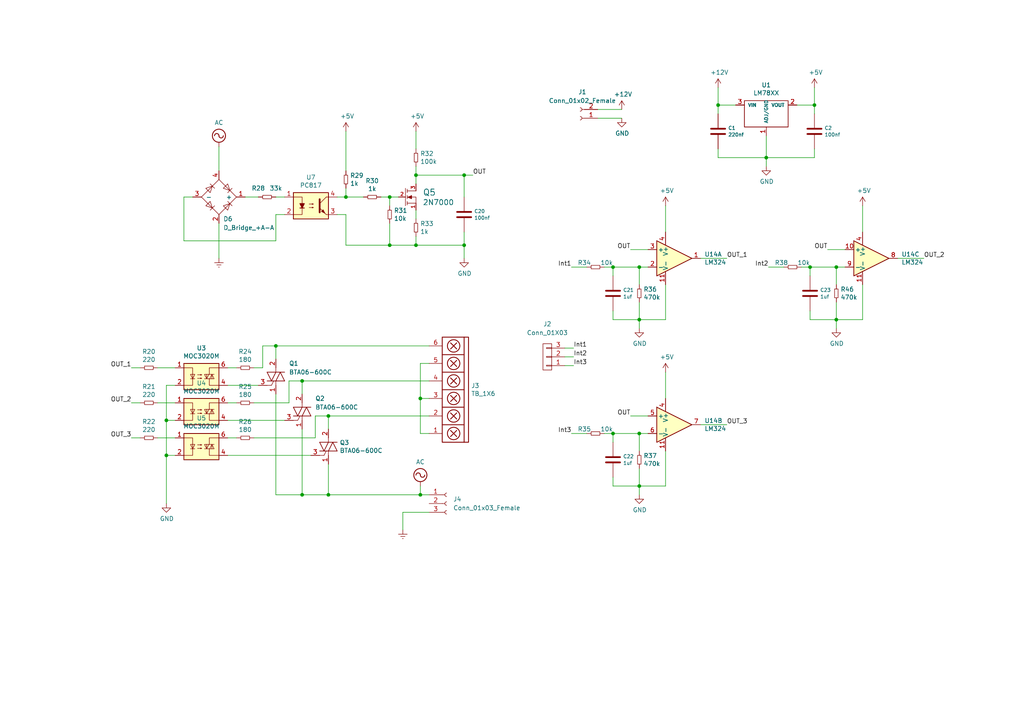
<source format=kicad_sch>
(kicad_sch (version 20211123) (generator eeschema)
  (paper "A4")
  (title_block (title "Dimmer") (date "2022-06-09") (rev "0.1V") (comment 1 "Autor: Barzola maximiliano"))
  (lib_symbols
    (symbol "Connector:Conn_01x02_Female" (pin_names (offset 1.016) hide)
      (property "Reference" "J" (at 0 2.54 0))
      (property "Value" "Conn_01x02_Female" (at 0 -5.08 0))
      (symbol "Conn_01x02_Female_1_1"
        (arc (start 0 -2.032) (mid -0.508 -2.54) (end 0 -3.048) (stroke (width 0.1524)))
        (polyline (pts (xy -1.27 -2.54) (xy -0.508 -2.54)) (stroke (width 0.1524)))
        (polyline (pts (xy -1.27 0) (xy -0.508 0)) (stroke (width 0.1524)))
        (arc (start 0 0.508) (mid -0.508 0) (end 0 -0.508) (stroke (width 0.1524)))
        (pin passive line (at -5.08 0 0) (length 3.81) (name "Pin_1") (number "1"))
        (pin passive line (at -5.08 -2.54 0) (length 3.81) (name "Pin_2") (number "2"))
      )
    )
    (symbol "Connector:Conn_01x03_Female" (pin_names (offset 1.016) hide)
      (property "Reference" "J" (at 0 5.08 0))
      (property "Value" "Conn_01x03_Female" (at 0 -5.08 0))
      (symbol "Conn_01x03_Female_1_1"
        (arc (start 0 -2.032) (mid -0.508 -2.54) (end 0 -3.048) (stroke (width 0.1524)))
        (polyline (pts (xy -1.27 -2.54) (xy -0.508 -2.54)) (stroke (width 0.1524)))
        (polyline (pts (xy -1.27 0) (xy -0.508 0)) (stroke (width 0.1524)))
        (polyline (pts (xy -1.27 2.54) (xy -0.508 2.54)) (stroke (width 0.1524)))
        (arc (start 0 0.508) (mid -0.508 0) (end 0 -0.508) (stroke (width 0.1524)))
        (arc (start 0 3.048) (mid -0.508 2.54) (end 0 2.032) (stroke (width 0.1524)))
        (pin passive line (at -5.08 2.54 0) (length 3.81) (name "Pin_1") (number "1"))
        (pin passive line (at -5.08 0 0) (length 3.81) (name "Pin_2") (number "2"))
        (pin passive line (at -5.08 -2.54 0) (length 3.81) (name "Pin_3") (number "3"))
      )
    )
    (symbol "Dimmer-rescue:BTA06-600C-MacroLib" (pin_names (offset 1.016) hide)
      (property "Reference" "Q" (at 5.715 1.905 0))
      (property "Value" "BTA06-600C-MacroLib" (at 11.176 0 0))
      (symbol "BTA06-600C-MacroLib_0_1"
        (rectangle (start -2.54 -2.54) (end -1.27 -2.54))
        (rectangle (start 0 -2.54) (end 0 -1.27))
        (rectangle (start 0 1.27) (end 0 2.54))
      )
      (symbol "BTA06-600C-MacroLib_1_1"
        (polyline (pts (xy -2.54 -1.27) (xy 2.54 -1.27)) (stroke (width 0.2032)))
        (polyline (pts (xy -2.54 1.27) (xy 2.54 1.27)) (stroke (width 0.2032)))
        (polyline (pts (xy -1.27 -2.54) (xy -0.635 -1.27)))
        (polyline (pts (xy -2.54 1.27) (xy -1.27 -1.27) (xy 0 1.27)) (stroke (width 0.2032)))
        (polyline (pts (xy 0 -1.27) (xy 1.27 1.27) (xy 2.54 -1.27)) (stroke (width 0.2032)))
        (pin passive line (at 0 -5.08 90) (length 2.54) (name "A1") (number "1"))
        (pin passive line (at 0 5.08 270) (length 2.54) (name "A2") (number "2"))
        (pin input line (at -5.08 -2.54 0) (length 2.54) (name "G") (number "3"))
      )
    )
    (symbol "Dimmer-rescue:LM324-MacroLib" (pin_names (offset 0.3048))
      (property "Reference" "U" (at 0 7.62 0))
      (property "Value" "LM324-MacroLib" (at 2.54 5.08 0))
      (symbol "LM324-MacroLib_1_1"
        (polyline (pts (xy -5.08 5.08) (xy 5.08 0) (xy -5.08 -5.08) (xy -5.08 5.08)) (stroke (width 0.254)) (fill (type background)))
        (pin output line (at 7.62 0 180) (length 2.54) (name "~") (number "1"))
        (pin passive line (at -2.54 -7.62 90) (length 3.81) (name "V-") (number "11"))
        (pin input line (at -7.62 -2.54 0) (length 2.54) (name "-") (number "2"))
        (pin input line (at -7.62 2.54 0) (length 2.54) (name "+") (number "3"))
        (pin passive line (at -2.54 7.62 270) (length 3.81) (name "V+") (number "4"))
      )
      (symbol "LM324-MacroLib_2_1"
        (polyline (pts (xy -5.08 5.08) (xy 5.08 0) (xy -5.08 -5.08) (xy -5.08 5.08)) (stroke (width 0.254)) (fill (type background)))
        (pin passive line (at -2.54 -7.62 90) (length 3.81) (name "V-") (number "11"))
        (pin passive line (at -2.54 7.62 270) (length 3.81) (name "V+") (number "4"))
        (pin input line (at -7.62 2.54 0) (length 2.54) (name "+") (number "5"))
        (pin input line (at -7.62 -2.54 0) (length 2.54) (name "-") (number "6"))
        (pin output line (at 7.62 0 180) (length 2.54) (name "~") (number "7"))
      )
      (symbol "LM324-MacroLib_3_1"
        (polyline (pts (xy -5.08 5.08) (xy 5.08 0) (xy -5.08 -5.08) (xy -5.08 5.08)) (stroke (width 0.254)) (fill (type background)))
        (pin input line (at -7.62 2.54 0) (length 2.54) (name "+") (number "10"))
        (pin passive line (at -2.54 -7.62 90) (length 3.81) (name "V-") (number "11"))
        (pin passive line (at -2.54 7.62 270) (length 3.81) (name "V+") (number "4"))
        (pin output line (at 7.62 0 180) (length 2.54) (name "~") (number "8"))
        (pin input line (at -7.62 -2.54 0) (length 2.54) (name "-") (number "9"))
      )
      (symbol "LM324-MacroLib_4_1"
        (polyline (pts (xy -5.08 5.08) (xy 5.08 0) (xy -5.08 -5.08) (xy -5.08 5.08)) (stroke (width 0.254)) (fill (type background)))
        (pin passive line (at -2.54 -7.62 90) (length 3.81) (name "V-") (number "11"))
        (pin input line (at -7.62 2.54 0) (length 2.54) (name "+") (number "12"))
        (pin input line (at -7.62 -2.54 0) (length 2.54) (name "-") (number "13"))
        (pin output line (at 7.62 0 180) (length 2.54) (name "~") (number "14"))
        (pin passive line (at -2.54 7.62 270) (length 3.81) (name "V+") (number "4"))
      )
    )
    (symbol "Dimmer-rescue:LM78XX-MacroLib" (pin_names (offset 1.016))
      (property "Reference" "U" (at 0 6.985 0))
      (property "Value" "LM78XX-MacroLib" (at 0.127 5.08 0))
      (symbol "LM78XX-MacroLib_1_1"
        (rectangle (start -6.35 3.81) (end 6.35 -3.81))
        (rectangle (start -6.35 3.81) (end 6.35 -3.81))
        (pin input line (at 0 -6.35 90) (length 2.54) (name "ADJ/GND") (number "1"))
        (pin input line (at 8.89 2.54 180) (length 2.54) (name "VOUT") (number "2"))
        (pin input line (at 8.89 2.54 180) (length 2.54) (name "VOUT") (number "2"))
        (pin input line (at -8.89 2.54 0) (length 2.54) (name "VIN") (number "3"))
        (pin input line (at -8.89 2.54 0) (length 2.54) (name "VIN") (number "3"))
      )
    )
    (symbol "Dimmer-rescue:TB_1X6-MacroLib" (pin_names (offset 1.016))
      (property "Reference" "J" (at 15.24 -1.27 0))
      (property "Value" "TB_1X6-MacroLib" (at 17.78 -3.175 0))
      (symbol "TB_1X6-MacroLib_0_1"
        (rectangle (start -3.81 15.24) (end 3.81 -15.24) (stroke (width 0.254)))
        (polyline (pts (xy 3.81 0) (xy -2.54 0)) (stroke (width 0.254)))
      )
      (symbol "TB_1X6-MacroLib_1_1"
        (polyline (pts (xy -2.54 -10.16) (xy 3.81 -10.16)) (stroke (width 0.254)))
        (polyline (pts (xy -2.54 -5.08) (xy 3.81 -5.08)) (stroke (width 0.254)))
        (polyline (pts (xy -2.54 0) (xy -2.54 -15.24)) (stroke (width 0.254)))
        (polyline (pts (xy -2.54 5.08) (xy 3.81 5.08)) (stroke (width 0.254)))
        (polyline (pts (xy -2.54 10.16) (xy 3.81 10.16)) (stroke (width 0.254)))
        (polyline (pts (xy -2.54 15.24) (xy -2.54 0)) (stroke (width 0.254)))
        (polyline (pts (xy -0.381 -13.589) (xy 1.397 -11.811)) (stroke (width 0.254)))
        (polyline (pts (xy -0.381 -11.811) (xy 1.397 -13.589)) (stroke (width 0.254)))
        (polyline (pts (xy -0.381 -8.509) (xy 1.397 -6.731)) (stroke (width 0.254)))
        (polyline (pts (xy -0.381 -6.731) (xy 1.397 -8.509)) (stroke (width 0.254)))
        (polyline (pts (xy -0.381 -3.429) (xy 1.397 -1.651)) (stroke (width 0.254)))
        (polyline (pts (xy -0.381 -1.651) (xy 1.397 -3.429)) (stroke (width 0.254)))
        (polyline (pts (xy -0.381 1.651) (xy 1.397 3.429)) (stroke (width 0.254)))
        (polyline (pts (xy -0.381 3.429) (xy 1.397 1.651)) (stroke (width 0.254)))
        (polyline (pts (xy -0.381 6.731) (xy 1.397 8.509)) (stroke (width 0.254)))
        (polyline (pts (xy -0.381 8.509) (xy 1.397 6.731)) (stroke (width 0.254)))
        (polyline (pts (xy -0.381 11.811) (xy 1.397 13.589)) (stroke (width 0.254)))
        (polyline (pts (xy -0.381 13.589) (xy 1.397 11.811)) (stroke (width 0.254)))
        (circle (center 0.508 -12.7) (radius 1.8034) (stroke (width 0.254)))
        (circle (center 0.508 -7.62) (radius 1.8034) (stroke (width 0.254)))
        (circle (center 0.508 -2.54) (radius 1.8034) (stroke (width 0.254)))
        (circle (center 0.508 2.54) (radius 1.8034) (stroke (width 0.254)))
        (circle (center 0.508 7.62) (radius 1.8034) (stroke (width 0.254)))
        (circle (center 0.508 12.7) (radius 1.8034) (stroke (width 0.254)))
        (pin input line (at 7.62 12.7 180) (length 3.81) (name "~") (number "1"))
        (pin input line (at 7.62 7.62 180) (length 3.81) (name "~") (number "2"))
        (pin input line (at 7.62 2.54 180) (length 3.81) (name "~") (number "3"))
        (pin input line (at 7.62 -2.54 180) (length 3.81) (name "~") (number "4"))
        (pin input line (at 7.62 -7.62 180) (length 3.81) (name "~") (number "5"))
        (pin input line (at 7.62 -12.7 180) (length 3.81) (name "~") (number "6"))
      )
    )
    (symbol "EESTN5:2N7000" (pin_names (offset 0.762) hide)
      (property "Reference" "Q" (at -2.4638 6.35 0))
      (property "Value" "2N7000" (at 0 -6.35 0))
      (symbol "2N7000_0_1"
        (polyline (pts (xy -0.508 2.54) (xy -0.508 -2.54) (xy -0.508 -2.54)) (fill (type outline)))
        (polyline (pts (xy 0 -2.286) (xy 0 -1.27) (xy 0 -1.27)) (fill (type outline)))
        (polyline (pts (xy 0 -0.508) (xy 0 0.508) (xy 0 0.508)) (fill (type outline)))
        (polyline (pts (xy 0 1.27) (xy 0 2.286) (xy 0 2.286)) (fill (type outline)))
        (polyline (pts (xy 0 1.778) (xy 2.54 1.778) (xy 2.54 1.778)))
        (polyline (pts (xy 1.27 0.508) (xy 1.27 -0.508) (xy 0 0) (xy 0 0)) (fill (type outline)))
        (polyline (pts (xy 0 -1.778) (xy 2.54 -1.778) (xy 2.54 0) (xy 1.27 0) (xy 1.27 0)))
      )
      (symbol "2N7000_1_1"
        (pin passive line (at 2.54 -3.81 90) (length 2.032) (name "S") (number "1"))
        (pin input line (at -2.54 0 0) (length 2.032) (name "G") (number "2"))
        (pin passive line (at 2.54 3.81 270) (length 2.032) (name "D") (number "3"))
      )
    )
    (symbol "EESTN5:C" (pin_numbers hide) (pin_names (offset 0.254))
      (property "Reference" "C" (at 0 2.54 0))
      (property "Value" "C" (at 0.1524 -2.159 0))
      (symbol "C_0_1"
        (polyline (pts (xy -2.032 -0.762) (xy 2.032 -0.762)) (stroke (width 0.508)))
        (polyline (pts (xy -2.032 0.762) (xy 2.032 0.762)) (stroke (width 0.508)))
      )
      (symbol "C_1_1"
        (pin passive line (at 0 5.08 270) (length 4.318) (name "~") (number "1"))
        (pin passive line (at 0 -5.08 90) (length 4.318) (name "~") (number "2"))
      )
    )
    (symbol "EESTN5:Conn_01X03" (pin_names (offset 1.016) hide)
      (property "Reference" "J" (at 0 5.08 0))
      (property "Value" "Conn_01X03" (at 0 -5.08 0))
      (symbol "Conn_01X03_0_1"
        (rectangle (start -1.27 -2.413) (end 0.254 -2.667))
        (rectangle (start -1.27 0.127) (end 0.254 -0.127))
        (rectangle (start -1.27 2.667) (end 0.254 2.413))
        (rectangle (start -1.27 3.81) (end 1.27 -3.81))
      )
      (symbol "Conn_01X03_1_1"
        (pin passive line (at -5.08 2.54 0) (length 3.81) (name "P1") (number "1"))
        (pin passive line (at -5.08 0 0) (length 3.81) (name "P2") (number "2"))
        (pin passive line (at -5.08 -2.54 0) (length 3.81) (name "P3") (number "3"))
      )
    )
    (symbol "EESTN5:D_Bridge_+A-A" (pin_names (offset 1.27))
      (property "Reference" "D" (at 1.27 6.985 0))
      (property "Value" "D_Bridge_+A-A" (at 1.27 5.08 0))
      (symbol "D_Bridge_+A-A_0_1"
        (polyline (pts (xy -2.54 3.81) (xy -1.27 2.54)))
        (polyline (pts (xy -1.27 -2.54) (xy -2.54 -3.81)))
        (polyline (pts (xy 2.54 -1.27) (xy 3.81 -2.54)))
        (polyline (pts (xy 2.54 1.27) (xy 3.81 2.54)))
        (polyline (pts (xy -3.81 2.54) (xy -2.54 1.27) (xy -1.905 3.175) (xy -3.81 2.54)))
        (polyline (pts (xy -2.54 -1.27) (xy -3.81 -2.54) (xy -1.905 -3.175) (xy -2.54 -1.27)))
        (polyline (pts (xy 1.27 2.54) (xy 2.54 3.81) (xy 3.175 1.905) (xy 1.27 2.54)))
        (polyline (pts (xy 3.175 -1.905) (xy 1.27 -2.54) (xy 2.54 -3.81) (xy 3.175 -1.905)))
        (polyline (pts (xy -5.08 0) (xy 0 -5.08) (xy 5.08 0) (xy 0 5.08) (xy -5.08 0)))
      )
      (symbol "D_Bridge_+A-A_1_1"
        (pin input line (at 7.62 0 180) (length 2.54) (name "+") (number "1"))
        (pin input line (at 0 -7.62 90) (length 2.54) (name "~") (number "2"))
        (pin input line (at -7.62 0 0) (length 2.54) (name "-") (number "3"))
        (pin input line (at 0 7.62 270) (length 2.54) (name "~") (number "4"))
      )
    )
    (symbol "EESTN5:MOC3020M"
      (property "Reference" "U" (at -5.334 4.826 0))
      (property "Value" "MOC3020M" (at 0 5.08 0))
      (symbol "MOC3020M_0_1"
        (rectangle (start -5.08 3.81) (end 5.08 -3.81) (stroke (width 0.254)) (fill (type background)))
        (polyline (pts (xy -3.175 -0.635) (xy -1.905 -0.635)))
        (polyline (pts (xy 1.524 -0.635) (xy 1.524 0.635)))
        (polyline (pts (xy 3.048 0.635) (xy 3.048 -0.635)))
        (polyline (pts (xy 2.286 -0.635) (xy 2.286 -2.54) (xy 5.08 -2.54)))
        (polyline (pts (xy 2.286 0.635) (xy 2.286 2.54) (xy 5.08 2.54)))
        (polyline (pts (xy -5.08 2.54) (xy -2.54 2.54) (xy -2.54 -2.54) (xy -5.08 -2.54)))
        (polyline (pts (xy -2.54 -0.635) (xy -3.175 0.635) (xy -1.905 0.635) (xy -2.54 -0.635)))
        (polyline (pts (xy 0.889 -0.635) (xy 3.683 -0.635) (xy 3.048 0.635) (xy 2.413 -0.635)))
        (polyline (pts (xy 3.683 0.635) (xy 0.889 0.635) (xy 1.524 -0.635) (xy 2.159 0.635)))
        (polyline (pts (xy -1.143 -0.508) (xy 0.127 -0.508) (xy -0.254 -0.635) (xy -0.254 -0.381) (xy 0.127 -0.508)))
        (polyline (pts (xy -1.143 0.508) (xy 0.127 0.508) (xy -0.254 0.381) (xy -0.254 0.635) (xy 0.127 0.508)))
      )
      (symbol "MOC3020M_1_1"
        (pin passive line (at -7.62 2.54 0) (length 2.54) (name "~") (number "1"))
        (pin passive line (at -7.62 -2.54 0) (length 2.54) (name "~") (number "2"))
        (pin no_connect line (at -5.08 0 0) (length 2.54) hide (name "NC") (number "3"))
        (pin passive line (at 7.62 -2.54 180) (length 2.54) (name "~") (number "4"))
        (pin no_connect line (at 5.08 0 180) (length 2.54) hide (name "NC") (number "5"))
        (pin passive line (at 7.62 2.54 180) (length 2.54) (name "~") (number "6"))
      )
    )
    (symbol "EESTN5:PC817" (pin_names (offset 1.016))
      (property "Reference" "U" (at -5.08 5.08 0))
      (property "Value" "PC817" (at 0 5.08 0))
      (symbol "PC817_0_1"
        (rectangle (start -5.08 3.81) (end 5.08 -3.81) (stroke (width 0.254)) (fill (type background)))
        (polyline (pts (xy -3.175 -0.635) (xy -1.905 -0.635)) (stroke (width 0.254)))
        (polyline (pts (xy 2.54 0.635) (xy 4.445 2.54)))
        (polyline (pts (xy 4.445 -2.54) (xy 2.54 -0.635)) (fill (type outline)))
        (polyline (pts (xy 4.445 -2.54) (xy 5.08 -2.54)))
        (polyline (pts (xy 4.445 2.54) (xy 5.08 2.54)))
        (polyline (pts (xy -5.08 2.54) (xy -2.54 2.54) (xy -2.54 0.635)))
        (polyline (pts (xy -2.54 -0.635) (xy -2.54 -2.54) (xy -5.08 -2.54)))
        (polyline (pts (xy 2.54 1.905) (xy 2.54 -1.905) (xy 2.54 -1.905)) (stroke (width 0.508)))
        (polyline (pts (xy -2.54 -0.635) (xy -3.175 0.635) (xy -1.905 0.635) (xy -2.54 -0.635)) (stroke (width 0.254)) (fill (type outline)))
        (polyline (pts (xy -0.508 -0.508) (xy 0.762 -0.508) (xy 0.381 -0.635) (xy 0.381 -0.381) (xy 0.762 -0.508)))
        (polyline (pts (xy -0.508 0.508) (xy 0.762 0.508) (xy 0.381 0.381) (xy 0.381 0.635) (xy 0.762 0.508)))
        (polyline (pts (xy 3.048 -1.651) (xy 3.556 -1.143) (xy 4.064 -2.159) (xy 3.048 -1.651) (xy 3.048 -1.651)) (fill (type outline)))
      )
      (symbol "PC817_1_1"
        (pin passive line (at -7.62 2.54 0) (length 2.54) (name "~") (number "1"))
        (pin passive line (at -7.62 -2.54 0) (length 2.54) (name "~") (number "2"))
        (pin passive line (at 7.62 -2.54 180) (length 2.54) (name "~") (number "3"))
        (pin passive line (at 7.62 2.54 180) (length 2.54) (name "~") (number "4"))
      )
    )
    (symbol "EESTN5:R" (pin_numbers hide) (pin_names (offset 0))
      (property "Reference" "R" (at -1.27 0 90))
      (property "Value" "R" (at 1.27 0 90))
      (symbol "R_0_1"
        (rectangle (start 0.508 1.27) (end -0.508 -1.27))
      )
      (symbol "R_1_1"
        (pin passive line (at 0 2.54 270) (length 1.27) (name "~") (number "1"))
        (pin passive line (at 0 -2.54 90) (length 1.27) (name "~") (number "2"))
      )
    )
    (symbol "power:+12V" (power) (pin_names (offset 0))
      (property "Value" "+12V" (at 0 3.556 0))
      (symbol "+12V_0_1"
        (polyline (pts (xy -0.762 1.27) (xy 0 2.54)))
        (polyline (pts (xy 0 0) (xy 0 2.54)))
        (polyline (pts (xy 0 2.54) (xy 0.762 1.27)))
      )
      (symbol "+12V_1_1"
        (pin power_in line (at 0 0 90) (length 0) hide (name "+12V") (number "1"))
      )
    )
    (symbol "power:+5V" (power) (pin_names (offset 0))
      (property "Value" "+5V" (at 0 3.556 0))
      (symbol "+5V_0_1"
        (polyline (pts (xy -0.762 1.27) (xy 0 2.54)))
        (polyline (pts (xy 0 0) (xy 0 2.54)))
        (polyline (pts (xy 0 2.54) (xy 0.762 1.27)))
      )
      (symbol "+5V_1_1"
        (pin power_in line (at 0 0 90) (length 0) hide (name "+5V") (number "1"))
      )
    )
    (symbol "power:AC" (power) (pin_names (offset 0))
      (property "Value" "AC" (at 0 6.35 0))
      (symbol "AC_0_1"
        (polyline (pts (xy 0 0) (xy 0 1.27)))
        (arc (start 0 3.175) (mid -0.635 3.81) (end -1.27 3.175) (stroke (width 0.254)))
        (arc (start 0 3.175) (mid 0.635 2.54) (end 1.27 3.175) (stroke (width 0.254)))
        (circle (center 0 3.175) (radius 1.905) (stroke (width 0.254)))
      )
      (symbol "AC_1_1"
        (pin power_in line (at 0 0 90) (length 0) hide (name "AC") (number "1"))
      )
    )
    (symbol "power:Earth" (power) (pin_names (offset 0))
      (symbol "Earth_0_1"
        (polyline (pts (xy -0.635 -1.905) (xy 0.635 -1.905)))
        (polyline (pts (xy -0.127 -2.54) (xy 0.127 -2.54)))
        (polyline (pts (xy 0 -1.27) (xy 0 0)))
        (polyline (pts (xy 1.27 -1.27) (xy -1.27 -1.27)))
      )
      (symbol "Earth_1_1"
        (pin power_in line (at 0 0 270) (length 0) hide (name "Earth") (number "1"))
      )
    )
    (symbol "power:GND" (power) (pin_names (offset 0))
      (property "Value" "GND" (at 0 -3.81 0))
      (symbol "GND_0_1"
        (polyline (pts (xy 0 0) (xy 0 -1.27) (xy 1.27 -1.27) (xy 0 -2.54) (xy -1.27 -1.27) (xy 0 -1.27)))
      )
      (symbol "GND_1_1"
        (pin power_in line (at 0 0 270) (length 0) hide (name "GND") (number "1"))
      )
    )
  )
  (junction (at 236.22 30.48))
  (junction (at 113.03 57.15))
  (junction (at 48.26 132.08))
  (junction (at 185.42 125.73))
  (junction (at 100.33 57.15))
  (junction (at 185.42 92.71))
  (junction (at 177.8 77.47))
  (junction (at 80.01 100.33))
  (junction (at 113.03 71.12))
  (junction (at 121.92 115.57))
  (junction (at 134.62 71.12))
  (junction (at 242.57 77.47))
  (junction (at 95.25 143.51))
  (junction (at 120.65 71.12))
  (junction (at 242.57 92.71))
  (junction (at 121.92 143.51))
  (junction (at 234.95 77.47))
  (junction (at 177.8 125.73))
  (junction (at 208.28 30.48))
  (junction (at 185.42 77.47))
  (junction (at 48.26 121.92))
  (junction (at 87.63 110.49))
  (junction (at 222.25 45.72))
  (junction (at 134.62 50.8))
  (junction (at 120.65 50.8))
  (junction (at 87.63 143.51))
  (junction (at 185.42 140.97))
  (junction (at 95.25 120.65))
  (wire (pts (xy 124.46 148.59) (xy 116.84 148.59)))
  (wire (pts (xy 120.65 53.34) (xy 120.65 50.8)))
  (wire (pts (xy 163.83 103.505) (xy 166.37 103.505)))
  (wire (pts (xy 177.8 80.01) (xy 177.8 77.47)))
  (wire (pts (xy 97.79 62.23) (xy 100.33 62.23)))
  (wire (pts (xy 185.42 140.97) (xy 193.04 140.97)))
  (wire (pts (xy 76.2 100.33) (xy 80.01 100.33)))
  (wire (pts (xy 208.28 45.72) (xy 222.25 45.72)))
  (wire (pts (xy 113.03 57.15) (xy 110.49 57.15)))
  (wire (pts (xy 236.22 30.48) (xy 231.14 30.48)))
  (wire (pts (xy 175.26 125.73) (xy 177.8 125.73)))
  (wire (pts (xy 45.72 127) (xy 50.8 127)))
  (wire (pts (xy 242.57 92.71) (xy 250.19 92.71)))
  (wire (pts (xy 222.25 45.72) (xy 236.22 45.72)))
  (wire (pts (xy 222.885 77.47) (xy 227.33 77.47)))
  (wire (pts (xy 267.97 74.93) (xy 260.35 74.93)))
  (wire (pts (xy 165.735 125.73) (xy 170.18 125.73)))
  (wire (pts (xy 165.735 77.47) (xy 170.18 77.47)))
  (wire (pts (xy 124.46 105.41) (xy 121.92 105.41)))
  (wire (pts (xy 53.34 69.85) (xy 80.01 69.85)))
  (wire (pts (xy 76.2 106.68) (xy 76.2 100.33)))
  (wire (pts (xy 182.88 120.65) (xy 187.96 120.65)))
  (wire (pts (xy 83.82 110.49) (xy 83.82 116.84)))
  (wire (pts (xy 48.26 121.92) (xy 48.26 132.08)))
  (wire (pts (xy 66.04 106.68) (xy 68.58 106.68)))
  (wire (pts (xy 124.46 143.51) (xy 121.92 143.51)))
  (wire (pts (xy 163.83 106.045) (xy 166.37 106.045)))
  (wire (pts (xy 53.34 57.15) (xy 53.34 69.85)))
  (wire (pts (xy 208.28 43.18) (xy 208.28 45.72)))
  (wire (pts (xy 100.33 62.23) (xy 100.33 71.12)))
  (wire (pts (xy 124.46 110.49) (xy 87.63 110.49)))
  (wire (pts (xy 236.22 25.4) (xy 236.22 30.48)))
  (wire (pts (xy 48.26 121.92) (xy 50.8 121.92)))
  (wire (pts (xy 124.46 120.65) (xy 95.25 120.65)))
  (wire (pts (xy 185.42 143.51) (xy 185.42 140.97)))
  (wire (pts (xy 113.03 64.77) (xy 113.03 71.12)))
  (wire (pts (xy 120.65 38.1) (xy 120.65 43.18)))
  (wire (pts (xy 48.26 132.08) (xy 48.26 146.05)))
  (wire (pts (xy 105.41 57.15) (xy 100.33 57.15)))
  (wire (pts (xy 185.42 125.73) (xy 187.96 125.73)))
  (wire (pts (xy 121.92 115.57) (xy 121.92 125.73)))
  (wire (pts (xy 177.8 90.17) (xy 177.8 92.71)))
  (wire (pts (xy 80.01 143.51) (xy 87.63 143.51)))
  (wire (pts (xy 234.95 77.47) (xy 242.57 77.47)))
  (wire (pts (xy 73.66 106.68) (xy 76.2 106.68)))
  (wire (pts (xy 208.28 25.4) (xy 208.28 30.48)))
  (wire (pts (xy 45.72 106.68) (xy 50.8 106.68)))
  (wire (pts (xy 87.63 110.49) (xy 83.82 110.49)))
  (wire (pts (xy 163.83 100.965) (xy 166.37 100.965)))
  (wire (pts (xy 100.33 38.1) (xy 100.33 49.53)))
  (wire (pts (xy 137.16 50.8) (xy 134.62 50.8)))
  (wire (pts (xy 242.57 87.63) (xy 242.57 92.71)))
  (wire (pts (xy 134.62 71.12) (xy 120.65 71.12)))
  (wire (pts (xy 48.26 111.76) (xy 50.8 111.76)))
  (wire (pts (xy 95.25 134.62) (xy 95.25 143.51)))
  (wire (pts (xy 120.65 71.12) (xy 120.65 68.58)))
  (wire (pts (xy 66.04 111.76) (xy 74.93 111.76)))
  (wire (pts (xy 120.65 50.8) (xy 120.65 48.26)))
  (wire (pts (xy 63.5 42.545) (xy 63.5 49.53)))
  (wire (pts (xy 71.12 57.15) (xy 74.93 57.15)))
  (wire (pts (xy 193.04 107.95) (xy 193.04 115.57)))
  (wire (pts (xy 193.04 82.55) (xy 193.04 92.71)))
  (wire (pts (xy 177.8 125.73) (xy 185.42 125.73)))
  (wire (pts (xy 210.82 74.93) (xy 203.2 74.93)))
  (wire (pts (xy 100.33 57.15) (xy 97.79 57.15)))
  (wire (pts (xy 208.28 33.02) (xy 208.28 30.48)))
  (wire (pts (xy 177.8 92.71) (xy 185.42 92.71)))
  (wire (pts (xy 55.88 57.15) (xy 53.34 57.15)))
  (wire (pts (xy 185.42 77.47) (xy 187.96 77.47)))
  (wire (pts (xy 121.92 115.57) (xy 124.46 115.57)))
  (wire (pts (xy 100.33 54.61) (xy 100.33 57.15)))
  (wire (pts (xy 121.92 140.97) (xy 121.92 143.51)))
  (wire (pts (xy 177.8 128.27) (xy 177.8 125.73)))
  (wire (pts (xy 173.355 31.75) (xy 180.34 31.75)))
  (wire (pts (xy 91.44 120.65) (xy 91.44 127)))
  (wire (pts (xy 185.42 82.55) (xy 185.42 77.47)))
  (wire (pts (xy 134.62 67.31) (xy 134.62 71.12)))
  (wire (pts (xy 80.01 69.85) (xy 80.01 62.23)))
  (wire (pts (xy 68.58 116.84) (xy 66.04 116.84)))
  (wire (pts (xy 63.5 64.77) (xy 63.5 74.93)))
  (wire (pts (xy 87.63 114.3) (xy 87.63 110.49)))
  (wire (pts (xy 116.84 153.67) (xy 116.84 148.59)))
  (wire (pts (xy 121.92 125.73) (xy 124.46 125.73)))
  (wire (pts (xy 91.44 120.65) (xy 95.25 120.65)))
  (wire (pts (xy 180.34 34.29) (xy 173.355 34.29)))
  (wire (pts (xy 242.57 77.47) (xy 245.11 77.47)))
  (wire (pts (xy 113.03 71.12) (xy 120.65 71.12)))
  (wire (pts (xy 242.57 82.55) (xy 242.57 77.47)))
  (wire (pts (xy 80.01 100.33) (xy 124.46 100.33)))
  (wire (pts (xy 80.01 104.14) (xy 80.01 100.33)))
  (wire (pts (xy 95.25 143.51) (xy 121.92 143.51)))
  (wire (pts (xy 177.8 138.43) (xy 177.8 140.97)))
  (wire (pts (xy 48.26 111.76) (xy 48.26 121.92)))
  (wire (pts (xy 185.42 130.81) (xy 185.42 125.73)))
  (wire (pts (xy 182.88 72.39) (xy 187.96 72.39)))
  (wire (pts (xy 208.28 30.48) (xy 213.36 30.48)))
  (wire (pts (xy 73.66 116.84) (xy 83.82 116.84)))
  (wire (pts (xy 82.55 121.92) (xy 66.04 121.92)))
  (wire (pts (xy 80.01 57.15) (xy 82.55 57.15)))
  (wire (pts (xy 234.95 92.71) (xy 242.57 92.71)))
  (wire (pts (xy 250.19 59.69) (xy 250.19 67.31)))
  (wire (pts (xy 210.82 123.19) (xy 203.2 123.19)))
  (wire (pts (xy 234.95 80.01) (xy 234.95 77.47)))
  (wire (pts (xy 87.63 143.51) (xy 95.25 143.51)))
  (wire (pts (xy 232.41 77.47) (xy 234.95 77.47)))
  (wire (pts (xy 234.95 90.17) (xy 234.95 92.71)))
  (wire (pts (xy 40.64 116.84) (xy 38.1 116.84)))
  (wire (pts (xy 175.26 77.47) (xy 177.8 77.47)))
  (wire (pts (xy 90.17 132.08) (xy 66.04 132.08)))
  (wire (pts (xy 121.92 105.41) (xy 121.92 115.57)))
  (wire (pts (xy 73.66 127) (xy 91.44 127)))
  (wire (pts (xy 40.64 127) (xy 38.1 127)))
  (wire (pts (xy 222.25 39.37) (xy 222.25 45.72)))
  (wire (pts (xy 95.25 120.65) (xy 95.25 124.46)))
  (wire (pts (xy 193.04 59.69) (xy 193.04 67.31)))
  (wire (pts (xy 113.03 59.69) (xy 113.03 57.15)))
  (wire (pts (xy 113.03 57.15) (xy 115.57 57.15)))
  (wire (pts (xy 185.42 95.25) (xy 185.42 92.71)))
  (wire (pts (xy 185.42 92.71) (xy 193.04 92.71)))
  (wire (pts (xy 236.22 33.02) (xy 236.22 30.48)))
  (wire (pts (xy 185.42 87.63) (xy 185.42 92.71)))
  (wire (pts (xy 80.01 62.23) (xy 82.55 62.23)))
  (wire (pts (xy 222.25 48.26) (xy 222.25 45.72)))
  (wire (pts (xy 240.03 72.39) (xy 245.11 72.39)))
  (wire (pts (xy 185.42 135.89) (xy 185.42 140.97)))
  (wire (pts (xy 87.63 124.46) (xy 87.63 143.51)))
  (wire (pts (xy 134.62 74.93) (xy 134.62 71.12)))
  (wire (pts (xy 242.57 95.25) (xy 242.57 92.71)))
  (wire (pts (xy 177.8 77.47) (xy 185.42 77.47)))
  (wire (pts (xy 120.65 50.8) (xy 134.62 50.8)))
  (wire (pts (xy 50.8 116.84) (xy 45.72 116.84)))
  (wire (pts (xy 66.04 127) (xy 68.58 127)))
  (wire (pts (xy 100.33 71.12) (xy 113.03 71.12)))
  (wire (pts (xy 48.26 132.08) (xy 50.8 132.08)))
  (wire (pts (xy 193.04 130.81) (xy 193.04 140.97)))
  (wire (pts (xy 80.01 114.3) (xy 80.01 143.51)))
  (wire (pts (xy 120.65 63.5) (xy 120.65 60.96)))
  (wire (pts (xy 134.62 50.8) (xy 134.62 57.15)))
  (wire (pts (xy 40.64 106.68) (xy 38.1 106.68)))
  (wire (pts (xy 236.22 45.72) (xy 236.22 43.18)))
  (wire (pts (xy 250.19 82.55) (xy 250.19 92.71)))
  (wire (pts (xy 177.8 140.97) (xy 185.42 140.97)))
  (label "OUT" (at 182.88 72.39 180))
  (label "Int3" (at 166.37 106.045 0))
  (label "OUT_3" (at 210.82 123.19 0))
  (label "OUT_1" (at 210.82 74.93 0))
  (label "Int2" (at 166.37 103.505 0))
  (label "OUT" (at 137.16 50.8 0))
  (label "OUT_1" (at 38.1 106.68 180))
  (label "OUT_3" (at 38.1 127 180))
  (label "Int3" (at 165.735 125.73 180))
  (label "Int1" (at 165.735 77.47 180))
  (label "Int1" (at 166.37 100.965 0))
  (label "Int2" (at 222.885 77.47 180))
  (label "OUT" (at 182.88 120.65 180))
  (label "OUT" (at 240.03 72.39 180))
  (label "OUT_2" (at 38.1 116.84 180))
  (label "OUT_2" (at 267.97 74.93 0))
  (symbol (lib_id "Dimmer-rescue:LM324-MacroLib") (at 195.58 74.93 0) (unit 1)
    (property "Reference" "U14" (at 204.3176 73.7616 0) (effects (justify left)))
    (property "Value" "LM324" (at 204.3176 76.073 0) (effects (justify left)))
  )
  (symbol (lib_id "power:+5V") (at 193.04 59.69 0) (unit 1)
    (property "Reference" "#PWR0102" (effects hide))
    (property "Value" "+5V" (at 193.421 55.2958 0))
  )
  (symbol (lib_id "power:GND") (at 185.42 95.25 0) (unit 1)
    (property "Reference" "#PWR0101" (effects hide))
    (property "Value" "GND" (at 185.547 99.6442 0))
  )
  (symbol (lib_id "EESTN5:D_Bridge_+A-A") (at 63.5 57.15 0) (unit 1)
    (property "Reference" "D6" (at 64.77 63.5 0) (effects (justify left)))
    (property "Value" "D_Bridge_+A-A" (at 64.77 66.04 0) (effects (justify left)))
  )
  (symbol (lib_id "EESTN5:R") (at 77.47 57.15 90) (unit 1)
    (property "Reference" "R28" (at 74.93 54.61 90))
    (property "Value" "33k" (at 80.01 54.61 90))
  )
  (symbol (lib_id "EESTN5:PC817") (at 90.17 59.69 0) (unit 1)
    (property "Reference" "U7" (at 90.17 51.435 0))
    (property "Value" "PC817" (at 90.17 53.7464 0))
    (property "Footprint" "Housings_DIP:DIP-4_W7.62mm" (effects hide))
  )
  (symbol (lib_id "EESTN5:R") (at 100.33 52.07 0) (unit 1)
    (property "Reference" "R29" (at 101.5492 50.9016 0) (effects (justify left)))
    (property "Value" "1k" (at 101.5492 53.213 0) (effects (justify left)))
  )
  (symbol (lib_id "EESTN5:2N7000") (at 118.11 57.15 0) (unit 1)
    (property "Reference" "Q5" (at 122.6058 55.8038 0) (effects (font (size 1.778 1.778)) (justify left)))
    (property "Value" "2N7000" (at 122.6058 58.6994 0) (effects (font (size 1.524 1.524)) (justify left)))
  )
  (symbol (lib_id "EESTN5:R") (at 107.95 57.15 270) (unit 1)
    (property "Reference" "R30" (at 107.95 52.451 90))
    (property "Value" "1k" (at 107.95 54.7624 90))
  )
  (symbol (lib_id "EESTN5:R") (at 113.03 62.23 0) (unit 1)
    (property "Reference" "R31" (at 114.2492 61.0616 0) (effects (justify left)))
    (property "Value" "10k" (at 114.2492 63.373 0) (effects (justify left)))
  )
  (symbol (lib_id "EESTN5:R") (at 120.65 66.04 0) (unit 1)
    (property "Reference" "R33" (at 121.8692 64.8716 0) (effects (justify left)))
    (property "Value" "1k" (at 121.8692 67.183 0) (effects (justify left)))
  )
  (symbol (lib_id "EESTN5:C") (at 134.62 62.23 0) (unit 1)
    (property "Reference" "C20" (at 137.541 61.2648 0) (effects (font (size 1.016 1.016)) (justify left)))
    (property "Value" "100nf" (at 137.541 63.1952 0) (effects (font (size 1.016 1.016)) (justify left)))
    (property "Footprint" "EESTN5:C_0805" (effects hide))
  )
  (symbol (lib_id "EESTN5:R") (at 172.72 77.47 90) (unit 1)
    (property "Reference" "R34" (at 171.45 76.2 90) (effects (justify left)))
    (property "Value" "10k" (at 177.8 76.2 90) (effects (justify left)))
  )
  (symbol (lib_id "EESTN5:C") (at 177.8 85.09 0) (unit 1)
    (property "Reference" "C21" (at 180.721 84.1248 0) (effects (font (size 1.016 1.016)) (justify left)))
    (property "Value" "1uf" (at 180.721 86.0552 0) (effects (font (size 1.016 1.016)) (justify left)))
    (property "Footprint" "EESTN5:C_0805" (effects hide))
  )
  (symbol (lib_id "EESTN5:MOC3020M") (at 58.42 109.22 0) (unit 1)
    (property "Reference" "U3" (at 58.42 100.965 0))
    (property "Value" "MOC3020M" (at 58.42 103.2764 0))
  )
  (symbol (lib_id "EESTN5:MOC3020M") (at 58.42 119.38 0) (unit 1)
    (property "Reference" "U4" (at 58.42 111.125 0))
    (property "Value" "MOC3020M" (at 58.42 113.4364 0))
  )
  (symbol (lib_id "EESTN5:MOC3020M") (at 58.42 129.54 0) (unit 1)
    (property "Reference" "U5" (at 58.42 121.285 0))
    (property "Value" "MOC3020M" (at 58.42 123.5964 0))
  )
  (symbol (lib_id "EESTN5:R") (at 185.42 85.09 0) (unit 1)
    (property "Reference" "R36" (at 186.6392 83.9216 0) (effects (justify left)))
    (property "Value" "470k" (at 186.6392 86.233 0) (effects (justify left)))
  )
  (symbol (lib_id "Dimmer-rescue:LM324-MacroLib") (at 252.73 74.93 0) (unit 3)
    (property "Reference" "U14" (at 261.4676 73.7616 0) (effects (justify left)))
    (property "Value" "LM324" (at 261.4676 76.073 0) (effects (justify left)))
  )
  (symbol (lib_id "EESTN5:R") (at 229.87 77.47 90) (unit 1)
    (property "Reference" "R38" (at 228.6 76.2 90) (effects (justify left)))
    (property "Value" "10k" (at 234.95 76.2 90) (effects (justify left)))
  )
  (symbol (lib_id "EESTN5:C") (at 234.95 85.09 0) (unit 1)
    (property "Reference" "C23" (at 237.871 84.1248 0) (effects (font (size 1.016 1.016)) (justify left)))
    (property "Value" "1uf" (at 237.871 86.0552 0) (effects (font (size 1.016 1.016)) (justify left)))
    (property "Footprint" "EESTN5:C_0805" (effects hide))
  )
  (symbol (lib_id "EESTN5:R") (at 242.57 85.09 0) (unit 1)
    (property "Reference" "R46" (at 243.7892 83.9216 0) (effects (justify left)))
    (property "Value" "470k" (at 243.7892 86.233 0) (effects (justify left)))
  )
  (symbol (lib_id "power:GND") (at 242.57 95.25 0) (unit 1)
    (property "Reference" "#PWR0103" (effects hide))
    (property "Value" "GND" (at 242.697 99.6442 0))
  )
  (symbol (lib_id "power:+5V") (at 250.19 59.69 0) (unit 1)
    (property "Reference" "#PWR0104" (effects hide))
    (property "Value" "+5V" (at 250.571 55.2958 0))
  )
  (symbol (lib_id "EESTN5:R") (at 71.12 106.68 90) (unit 1)
    (property "Reference" "R24" (at 71.12 101.981 90))
    (property "Value" "180" (at 71.12 104.2924 90))
  )
  (symbol (lib_id "EESTN5:R") (at 71.12 116.84 270) (unit 1)
    (property "Reference" "R25" (at 71.12 112.141 90))
    (property "Value" "180" (at 71.12 114.4524 90))
  )
  (symbol (lib_id "EESTN5:R") (at 71.12 127 270) (unit 1)
    (property "Reference" "R26" (at 71.12 122.301 90))
    (property "Value" "180" (at 71.12 124.6124 90))
  )
  (symbol (lib_id "power:GND") (at 48.26 146.05 0) (unit 1)
    (property "Reference" "#PWR024" (effects hide))
    (property "Value" "GND" (at 48.387 150.4442 0))
  )
  (symbol (lib_id "EESTN5:R") (at 43.18 127 270) (unit 1)
    (property "Reference" "R22" (at 43.18 122.301 90))
    (property "Value" "220" (at 43.18 124.6124 90))
  )
  (symbol (lib_id "EESTN5:R") (at 43.18 116.84 270) (unit 1)
    (property "Reference" "R21" (at 43.18 112.141 90))
    (property "Value" "220" (at 43.18 114.4524 90))
  )
  (symbol (lib_id "EESTN5:R") (at 43.18 106.68 90) (unit 1)
    (property "Reference" "R20" (at 43.18 101.981 90))
    (property "Value" "220" (at 43.18 104.2924 90))
  )
  (symbol (lib_id "EESTN5:R") (at 172.72 125.73 90) (unit 1)
    (property "Reference" "R35" (at 171.45 124.46 90) (effects (justify left)))
    (property "Value" "10k" (at 177.8 124.46 90) (effects (justify left)))
  )
  (symbol (lib_id "EESTN5:C") (at 177.8 133.35 0) (unit 1)
    (property "Reference" "C22" (at 180.721 132.3848 0) (effects (font (size 1.016 1.016)) (justify left)))
    (property "Value" "1uf" (at 180.721 134.3152 0) (effects (font (size 1.016 1.016)) (justify left)))
    (property "Footprint" "EESTN5:C_0805" (effects hide))
  )
  (symbol (lib_id "EESTN5:R") (at 185.42 133.35 0) (unit 1)
    (property "Reference" "R37" (at 186.6392 132.1816 0) (effects (justify left)))
    (property "Value" "470k" (at 186.6392 134.493 0) (effects (justify left)))
  )
  (symbol (lib_id "power:GND") (at 185.42 143.51 0) (unit 1)
    (property "Reference" "#PWR0105" (effects hide))
    (property "Value" "GND" (at 185.547 147.9042 0))
  )
  (symbol (lib_id "power:+5V") (at 193.04 107.95 0) (unit 1)
    (property "Reference" "#PWR0106" (effects hide))
    (property "Value" "+5V" (at 193.421 103.5558 0))
  )
  (symbol (lib_id "Dimmer-rescue:LM78XX-MacroLib") (at 222.25 33.02 0) (unit 1)
    (property "Reference" "U1" (at 222.25 24.6634 0))
    (property "Value" "LM78XX" (at 222.25 26.9748 0))
  )
  (symbol (lib_id "Dimmer-rescue:LM324-MacroLib") (at 195.58 123.19 0) (unit 2)
    (property "Reference" "U14" (at 204.3176 122.0216 0) (effects (justify left)))
    (property "Value" "LM324" (at 204.3176 124.333 0) (effects (justify left)))
  )
  (symbol (lib_id "Dimmer-rescue:BTA06-600C-MacroLib") (at 80.01 109.22 0) (unit 1)
    (property "Reference" "Q1" (at 83.82 105.41 0) (effects (justify left)))
    (property "Value" "BTA06-600C" (at 83.82 107.95 0) (effects (justify left)))
    (property "Footprint" "MacroLib:TO-220-3_Vertical_ac" (effects hide))
  )
  (symbol (lib_id "Dimmer-rescue:BTA06-600C-MacroLib") (at 87.63 119.38 0) (unit 1)
    (property "Reference" "Q2" (at 91.44 115.57 0) (effects (justify left)))
    (property "Value" "BTA06-600C" (at 91.44 118.11 0) (effects (justify left)))
    (property "Footprint" "MacroLib:TO-220-3_Vertical_ac" (effects hide))
  )
  (symbol (lib_id "Dimmer-rescue:BTA06-600C-MacroLib") (at 95.25 129.54 0) (unit 1)
    (property "Reference" "Q3" (at 98.5266 128.3716 0) (effects (justify left)))
    (property "Value" "BTA06-600C" (at 98.5266 130.683 0) (effects (justify left)))
    (property "Footprint" "MacroLib:TO-220-3_Vertical_ac" (effects hide))
  )
  (symbol (lib_id "Dimmer-rescue:TB_1X6-MacroLib") (at 132.08 113.03 180) (unit 1)
    (property "Reference" "J3" (at 136.652 111.8616 0) (effects (justify right)))
    (property "Value" "TB_1X6" (at 136.652 114.173 0) (effects (justify right)))
  )
  (symbol (lib_id "EESTN5:R") (at 120.65 45.72 0) (unit 1)
    (property "Reference" "R32" (at 121.8692 44.5516 0) (effects (justify left)))
    (property "Value" "100k" (at 121.8692 46.863 0) (effects (justify left)))
  )
  (symbol (lib_id "power:+5V") (at 120.65 38.1 0) (unit 1)
    (property "Reference" "#PWR028" (effects hide))
    (property "Value" "+5V" (at 121.031 33.7058 0))
  )
  (symbol (lib_id "EESTN5:C") (at 208.28 38.1 0) (unit 1)
    (property "Reference" "C1" (at 211.201 37.1348 0) (effects (font (size 1.016 1.016)) (justify left)))
    (property "Value" "220nf" (at 211.201 39.0652 0) (effects (font (size 1.016 1.016)) (justify left)))
    (property "Footprint" "EESTN5:C_0805" (effects hide))
  )
  (symbol (lib_id "EESTN5:C") (at 236.22 38.1 0) (unit 1)
    (property "Reference" "C2" (at 239.141 37.1348 0) (effects (font (size 1.016 1.016)) (justify left)))
    (property "Value" "100nf" (at 239.141 39.0652 0) (effects (font (size 1.016 1.016)) (justify left)))
    (property "Footprint" "EESTN5:C_0805" (effects hide))
  )
  (symbol (lib_id "power:GND") (at 222.25 48.26 0) (unit 1)
    (property "Reference" "#PWR06" (effects hide))
    (property "Value" "GND" (at 222.377 52.6542 0))
  )
  (symbol (lib_id "power:+12V") (at 208.28 25.4 0) (unit 1)
    (property "Reference" "#PWR01" (effects hide))
    (property "Value" "+12V" (at 208.661 21.0058 0))
  )
  (symbol (lib_id "power:+5V") (at 236.22 25.4 0) (unit 1)
    (property "Reference" "#PWR02" (effects hide))
    (property "Value" "+5V" (at 236.601 21.0058 0))
  )
  (symbol (lib_id "power:AC") (at 121.92 140.97 0) (unit 1)
    (property "Reference" "#PWR027" (effects hide))
    (property "Value" "AC" (at 121.92 133.985 0))
  )
  (symbol (lib_id "power:Earth") (at 116.84 153.67 0) (unit 1)
    (property "Reference" "#PWR026" (effects hide))
    (property "Value" "Earth" (effects hide))
  )
  (symbol (lib_id "power:+5V") (at 100.33 38.1 0) (unit 1)
    (property "Reference" "#PWR025" (effects hide))
    (property "Value" "+5V" (at 100.711 33.7058 0))
  )
  (symbol (lib_id "power:GND") (at 134.62 74.93 0) (unit 1)
    (property "Reference" "#PWR029" (effects hide))
    (property "Value" "GND" (at 134.747 79.3242 0))
  )
  (symbol (lib_id "Connector:Conn_01x02_Female") (at 168.275 34.29 180) (unit 1)
    (property "Reference" "J1" (at 168.91 26.67 0))
    (property "Value" "Conn_01x02_Female" (at 168.91 29.21 0))
  )
  (symbol (lib_id "EESTN5:Conn_01X03") (at 158.75 103.505 180) (unit 1)
    (property "Reference" "J2" (at 158.75 93.98 0))
    (property "Value" "Conn_01X03" (at 158.75 96.52 0))
  )
  (symbol (lib_id "Connector:Conn_01x03_Female") (at 129.54 146.05 0) (unit 1)
    (property "Reference" "J4" (at 131.445 144.7799 0) (effects (justify left)))
    (property "Value" "Conn_01x03_Female" (at 131.445 147.3199 0) (effects (justify left)))
    (property "Footprint" "Connector:FanPinHeader_1x03_P2.54mm_Vertical" (effects hide))
  )
  (symbol (lib_id "power:AC") (at 63.5 42.545 0) (unit 1)
    (property "Reference" "#PWR05" (effects hide))
    (property "Value" "AC" (at 63.5 35.56 0))
  )
  (symbol (lib_id "power:+12V") (at 180.34 31.75 0) (unit 1)
    (property "Reference" "#PWR03" (effects hide))
    (property "Value" "+12V" (at 180.721 27.3558 0))
  )
  (symbol (lib_id "power:Earth") (at 63.5 74.93 0) (unit 1)
    (property "Reference" "#PWR07" (effects hide))
    (property "Value" "Earth" (effects hide))
  )
  (symbol (lib_id "power:GND") (at 180.34 34.29 0) (unit 1)
    (property "Reference" "#PWR04" (effects hide))
    (property "Value" "GND" (at 180.467 38.6842 0))
  )
)
</source>
